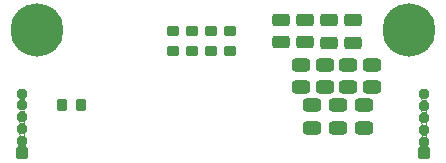
<source format=gbr>
G04 #@! TF.GenerationSoftware,KiCad,Pcbnew,(6.0.0)*
G04 #@! TF.CreationDate,2022-01-23T21:03:46+07:00*
G04 #@! TF.ProjectId,rgb-board,7267622d-626f-4617-9264-2e6b69636164,rev?*
G04 #@! TF.SameCoordinates,Original*
G04 #@! TF.FileFunction,Soldermask,Bot*
G04 #@! TF.FilePolarity,Negative*
%FSLAX46Y46*%
G04 Gerber Fmt 4.6, Leading zero omitted, Abs format (unit mm)*
G04 Created by KiCad (PCBNEW (6.0.0)) date 2022-01-23 21:03:46*
%MOMM*%
%LPD*%
G01*
G04 APERTURE LIST*
G04 Aperture macros list*
%AMRoundRect*
0 Rectangle with rounded corners*
0 $1 Rounding radius*
0 $2 $3 $4 $5 $6 $7 $8 $9 X,Y pos of 4 corners*
0 Add a 4 corners polygon primitive as box body*
4,1,4,$2,$3,$4,$5,$6,$7,$8,$9,$2,$3,0*
0 Add four circle primitives for the rounded corners*
1,1,$1+$1,$2,$3*
1,1,$1+$1,$4,$5*
1,1,$1+$1,$6,$7*
1,1,$1+$1,$8,$9*
0 Add four rect primitives between the rounded corners*
20,1,$1+$1,$2,$3,$4,$5,0*
20,1,$1+$1,$4,$5,$6,$7,0*
20,1,$1+$1,$6,$7,$8,$9,0*
20,1,$1+$1,$8,$9,$2,$3,0*%
G04 Aperture macros list end*
%ADD10RoundRect,0.051000X0.425000X0.425000X-0.425000X0.425000X-0.425000X-0.425000X0.425000X-0.425000X0*%
%ADD11O,0.952000X0.952000*%
%ADD12C,4.502000*%
%ADD13RoundRect,0.294750X0.456250X-0.243750X0.456250X0.243750X-0.456250X0.243750X-0.456250X-0.243750X0*%
%ADD14RoundRect,0.301000X0.475000X-0.250000X0.475000X0.250000X-0.475000X0.250000X-0.475000X-0.250000X0*%
%ADD15RoundRect,0.251000X-0.275000X0.200000X-0.275000X-0.200000X0.275000X-0.200000X0.275000X0.200000X0*%
%ADD16RoundRect,0.301000X-0.475000X0.250000X-0.475000X-0.250000X0.475000X-0.250000X0.475000X0.250000X0*%
%ADD17RoundRect,0.251000X-0.200000X-0.275000X0.200000X-0.275000X0.200000X0.275000X-0.200000X0.275000X0*%
G04 APERTURE END LIST*
D10*
X82042000Y-53276000D03*
D11*
X82042000Y-52276000D03*
X82042000Y-51276000D03*
X82042000Y-50276000D03*
X82042000Y-49276000D03*
X82042000Y-48276000D03*
D12*
X83312000Y-42926000D03*
X114808000Y-42926000D03*
D10*
X116078000Y-53340000D03*
D11*
X116078000Y-52340000D03*
X116078000Y-51340000D03*
X116078000Y-50340000D03*
X116078000Y-49340000D03*
X116078000Y-48340000D03*
D13*
X103936000Y-43937500D03*
X103936000Y-42062500D03*
X105968000Y-43937500D03*
X105968000Y-42062500D03*
X108000000Y-43952500D03*
X108000000Y-42077500D03*
X110032000Y-43952500D03*
X110032000Y-42077500D03*
D14*
X105640000Y-47750000D03*
X105640000Y-45850000D03*
D15*
X99600000Y-42975000D03*
X99600000Y-44625000D03*
D14*
X107640000Y-47750000D03*
X107640000Y-45850000D03*
X109640000Y-47750000D03*
X109640000Y-45850000D03*
D15*
X94800000Y-42975000D03*
X94800000Y-44625000D03*
X96400000Y-42975000D03*
X96400000Y-44625000D03*
D16*
X111000000Y-49250000D03*
X111000000Y-51150000D03*
X106600000Y-49250000D03*
X106600000Y-51150000D03*
X108800000Y-49250000D03*
X108800000Y-51150000D03*
D14*
X111640000Y-47750000D03*
X111640000Y-45850000D03*
D17*
X85391637Y-49216637D03*
X87041637Y-49216637D03*
D15*
X98000000Y-42975000D03*
X98000000Y-44625000D03*
G36*
X115716944Y-52639648D02*
G01*
X115762078Y-52693341D01*
X115873947Y-52767808D01*
X116002218Y-52807882D01*
X116136584Y-52810345D01*
X116266243Y-52774995D01*
X116380761Y-52704681D01*
X116435929Y-52643734D01*
X116437833Y-52643121D01*
X116439316Y-52644463D01*
X116438999Y-52646294D01*
X116422854Y-52667334D01*
X116397773Y-52732208D01*
X116411689Y-52800054D01*
X116460171Y-52849703D01*
X116493778Y-52862124D01*
X116495056Y-52863662D01*
X116494363Y-52865538D01*
X116493085Y-52866000D01*
X115662098Y-52866000D01*
X115660366Y-52865000D01*
X115660366Y-52863000D01*
X115661171Y-52862228D01*
X115721086Y-52830887D01*
X115755359Y-52770703D01*
X115751645Y-52701408D01*
X115733227Y-52667437D01*
X115713826Y-52642153D01*
X115713565Y-52640170D01*
X115715152Y-52638952D01*
X115716944Y-52639648D01*
G37*
G36*
X81680944Y-52575648D02*
G01*
X81726078Y-52629341D01*
X81837947Y-52703808D01*
X81966218Y-52743882D01*
X82100584Y-52746345D01*
X82230243Y-52710995D01*
X82344761Y-52640681D01*
X82399929Y-52579734D01*
X82401833Y-52579121D01*
X82403316Y-52580463D01*
X82402999Y-52582294D01*
X82386854Y-52603334D01*
X82361773Y-52668208D01*
X82375689Y-52736054D01*
X82424171Y-52785703D01*
X82457778Y-52798124D01*
X82459056Y-52799662D01*
X82458363Y-52801538D01*
X82457085Y-52802000D01*
X81626098Y-52802000D01*
X81624366Y-52801000D01*
X81624366Y-52799000D01*
X81625171Y-52798228D01*
X81685086Y-52766887D01*
X81719359Y-52706703D01*
X81715645Y-52637408D01*
X81697227Y-52603437D01*
X81677826Y-52578153D01*
X81677565Y-52576170D01*
X81679152Y-52574952D01*
X81680944Y-52575648D01*
G37*
G36*
X115808980Y-51724561D02*
G01*
X115873947Y-51767808D01*
X116002218Y-51807882D01*
X116136584Y-51810345D01*
X116266243Y-51774995D01*
X116341626Y-51728710D01*
X116343625Y-51728656D01*
X116344671Y-51730360D01*
X116343890Y-51732001D01*
X116330538Y-51742246D01*
X116289521Y-51798420D01*
X116285404Y-51867555D01*
X116319433Y-51928149D01*
X116330361Y-51937617D01*
X116347676Y-51950904D01*
X116348441Y-51952752D01*
X116347223Y-51954339D01*
X116345370Y-51954169D01*
X116276812Y-51909732D01*
X116148059Y-51871226D01*
X116013673Y-51870406D01*
X115884458Y-51907336D01*
X115812454Y-51952767D01*
X115810456Y-51952846D01*
X115809389Y-51951155D01*
X115810169Y-51949489D01*
X115825463Y-51937754D01*
X115866479Y-51881581D01*
X115870598Y-51812446D01*
X115836569Y-51751852D01*
X115825640Y-51742382D01*
X115806654Y-51727813D01*
X115805889Y-51725965D01*
X115807107Y-51724378D01*
X115808980Y-51724561D01*
G37*
G36*
X81772980Y-51660561D02*
G01*
X81837947Y-51703808D01*
X81966218Y-51743882D01*
X82100584Y-51746345D01*
X82230243Y-51710995D01*
X82305626Y-51664710D01*
X82307625Y-51664656D01*
X82308671Y-51666360D01*
X82307890Y-51668001D01*
X82294538Y-51678246D01*
X82253521Y-51734420D01*
X82249404Y-51803555D01*
X82283433Y-51864149D01*
X82294361Y-51873617D01*
X82311676Y-51886904D01*
X82312441Y-51888752D01*
X82311223Y-51890339D01*
X82309370Y-51890169D01*
X82240812Y-51845732D01*
X82112059Y-51807226D01*
X81977673Y-51806406D01*
X81848458Y-51843336D01*
X81776454Y-51888767D01*
X81774456Y-51888846D01*
X81773389Y-51887155D01*
X81774169Y-51885489D01*
X81789463Y-51873754D01*
X81830479Y-51817581D01*
X81834598Y-51748446D01*
X81800569Y-51687852D01*
X81789640Y-51678382D01*
X81770654Y-51663813D01*
X81769889Y-51661965D01*
X81771107Y-51660378D01*
X81772980Y-51660561D01*
G37*
G36*
X115808980Y-50724561D02*
G01*
X115873947Y-50767808D01*
X116002218Y-50807882D01*
X116136584Y-50810345D01*
X116266243Y-50774995D01*
X116341626Y-50728710D01*
X116343625Y-50728656D01*
X116344671Y-50730360D01*
X116343890Y-50732001D01*
X116330538Y-50742246D01*
X116289521Y-50798420D01*
X116285404Y-50867555D01*
X116319433Y-50928149D01*
X116330361Y-50937617D01*
X116347676Y-50950904D01*
X116348441Y-50952752D01*
X116347223Y-50954339D01*
X116345370Y-50954169D01*
X116276812Y-50909732D01*
X116148059Y-50871226D01*
X116013673Y-50870406D01*
X115884458Y-50907336D01*
X115812454Y-50952767D01*
X115810456Y-50952846D01*
X115809389Y-50951155D01*
X115810169Y-50949489D01*
X115825463Y-50937754D01*
X115866479Y-50881581D01*
X115870598Y-50812446D01*
X115836569Y-50751852D01*
X115825640Y-50742382D01*
X115806654Y-50727813D01*
X115805889Y-50725965D01*
X115807107Y-50724378D01*
X115808980Y-50724561D01*
G37*
G36*
X81772980Y-50660561D02*
G01*
X81837947Y-50703808D01*
X81966218Y-50743882D01*
X82100584Y-50746345D01*
X82230243Y-50710995D01*
X82305626Y-50664710D01*
X82307625Y-50664656D01*
X82308671Y-50666360D01*
X82307890Y-50668001D01*
X82294538Y-50678246D01*
X82253521Y-50734420D01*
X82249404Y-50803555D01*
X82283433Y-50864149D01*
X82294361Y-50873617D01*
X82311676Y-50886904D01*
X82312441Y-50888752D01*
X82311223Y-50890339D01*
X82309370Y-50890169D01*
X82240812Y-50845732D01*
X82112059Y-50807226D01*
X81977673Y-50806406D01*
X81848458Y-50843336D01*
X81776454Y-50888767D01*
X81774456Y-50888846D01*
X81773389Y-50887155D01*
X81774169Y-50885489D01*
X81789463Y-50873754D01*
X81830479Y-50817581D01*
X81834598Y-50748446D01*
X81800569Y-50687852D01*
X81789640Y-50678382D01*
X81770654Y-50663813D01*
X81769889Y-50661965D01*
X81771107Y-50660378D01*
X81772980Y-50660561D01*
G37*
G36*
X115808980Y-49724561D02*
G01*
X115873947Y-49767808D01*
X116002218Y-49807882D01*
X116136584Y-49810345D01*
X116266243Y-49774995D01*
X116341626Y-49728710D01*
X116343625Y-49728656D01*
X116344671Y-49730360D01*
X116343890Y-49732001D01*
X116330538Y-49742246D01*
X116289521Y-49798420D01*
X116285404Y-49867555D01*
X116319433Y-49928149D01*
X116330361Y-49937617D01*
X116347676Y-49950904D01*
X116348441Y-49952752D01*
X116347223Y-49954339D01*
X116345370Y-49954169D01*
X116276812Y-49909732D01*
X116148059Y-49871226D01*
X116013673Y-49870406D01*
X115884458Y-49907336D01*
X115812454Y-49952767D01*
X115810456Y-49952846D01*
X115809389Y-49951155D01*
X115810169Y-49949489D01*
X115825463Y-49937754D01*
X115866479Y-49881581D01*
X115870598Y-49812446D01*
X115836569Y-49751852D01*
X115825640Y-49742382D01*
X115806654Y-49727813D01*
X115805889Y-49725965D01*
X115807107Y-49724378D01*
X115808980Y-49724561D01*
G37*
G36*
X81772980Y-49660561D02*
G01*
X81837947Y-49703808D01*
X81966218Y-49743882D01*
X82100584Y-49746345D01*
X82230243Y-49710995D01*
X82305626Y-49664710D01*
X82307625Y-49664656D01*
X82308671Y-49666360D01*
X82307890Y-49668001D01*
X82294538Y-49678246D01*
X82253521Y-49734420D01*
X82249404Y-49803555D01*
X82283433Y-49864149D01*
X82294361Y-49873617D01*
X82311676Y-49886904D01*
X82312441Y-49888752D01*
X82311223Y-49890339D01*
X82309370Y-49890169D01*
X82240812Y-49845732D01*
X82112059Y-49807226D01*
X81977673Y-49806406D01*
X81848458Y-49843336D01*
X81776454Y-49888767D01*
X81774456Y-49888846D01*
X81773389Y-49887155D01*
X81774169Y-49885489D01*
X81789463Y-49873754D01*
X81830479Y-49817581D01*
X81834598Y-49748446D01*
X81800569Y-49687852D01*
X81789640Y-49678382D01*
X81770654Y-49663813D01*
X81769889Y-49661965D01*
X81771107Y-49660378D01*
X81772980Y-49660561D01*
G37*
G36*
X115808980Y-48724561D02*
G01*
X115873947Y-48767808D01*
X116002218Y-48807882D01*
X116136584Y-48810345D01*
X116266243Y-48774995D01*
X116341626Y-48728710D01*
X116343625Y-48728656D01*
X116344671Y-48730360D01*
X116343890Y-48732001D01*
X116330538Y-48742246D01*
X116289521Y-48798420D01*
X116285404Y-48867555D01*
X116319433Y-48928149D01*
X116330361Y-48937617D01*
X116347676Y-48950904D01*
X116348441Y-48952752D01*
X116347223Y-48954339D01*
X116345370Y-48954169D01*
X116276812Y-48909732D01*
X116148059Y-48871226D01*
X116013673Y-48870406D01*
X115884458Y-48907336D01*
X115812454Y-48952767D01*
X115810456Y-48952846D01*
X115809389Y-48951155D01*
X115810169Y-48949489D01*
X115825463Y-48937754D01*
X115866479Y-48881581D01*
X115870598Y-48812446D01*
X115836569Y-48751852D01*
X115825640Y-48742382D01*
X115806654Y-48727813D01*
X115805889Y-48725965D01*
X115807107Y-48724378D01*
X115808980Y-48724561D01*
G37*
G36*
X81772980Y-48660561D02*
G01*
X81837947Y-48703808D01*
X81966218Y-48743882D01*
X82100584Y-48746345D01*
X82230243Y-48710995D01*
X82305626Y-48664710D01*
X82307625Y-48664656D01*
X82308671Y-48666360D01*
X82307890Y-48668001D01*
X82294538Y-48678246D01*
X82253521Y-48734420D01*
X82249404Y-48803555D01*
X82283433Y-48864149D01*
X82294361Y-48873617D01*
X82311676Y-48886904D01*
X82312441Y-48888752D01*
X82311223Y-48890339D01*
X82309370Y-48890169D01*
X82240812Y-48845732D01*
X82112059Y-48807226D01*
X81977673Y-48806406D01*
X81848458Y-48843336D01*
X81776454Y-48888767D01*
X81774456Y-48888846D01*
X81773389Y-48887155D01*
X81774169Y-48885489D01*
X81789463Y-48873754D01*
X81830479Y-48817581D01*
X81834598Y-48748446D01*
X81800569Y-48687852D01*
X81789640Y-48678382D01*
X81770654Y-48663813D01*
X81769889Y-48661965D01*
X81771107Y-48660378D01*
X81772980Y-48660561D01*
G37*
M02*

</source>
